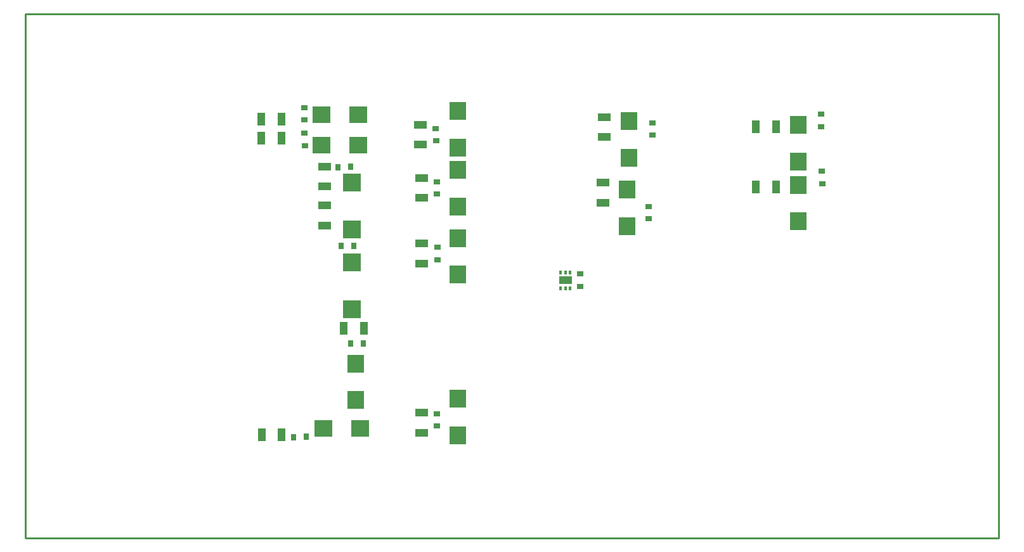
<source format=gtp>
G04*
G04 #@! TF.GenerationSoftware,Altium Limited,Altium Designer,22.4.2 (48)*
G04*
G04 Layer_Color=8421504*
%FSLAX25Y25*%
%MOIN*%
G70*
G04*
G04 #@! TF.SameCoordinates,39428C79-78B4-4776-93AB-87EEE93D088D*
G04*
G04*
G04 #@! TF.FilePolarity,Positive*
G04*
G01*
G75*
%ADD13C,0.01000*%
%ADD14R,0.09646X0.09252*%
%ADD15R,0.06693X0.04331*%
%ADD16R,0.08858X0.09252*%
%ADD17R,0.03543X0.03150*%
%ADD18R,0.09252X0.08858*%
%ADD19R,0.01378X0.02362*%
%ADD20R,0.04331X0.06693*%
%ADD21R,0.03150X0.03543*%
D13*
X-349311Y-225590D02*
X162500D01*
X-349311Y50000D02*
X162500D01*
Y-225590D02*
Y50000D01*
X-349311Y-225590D02*
Y50000D01*
D14*
X-177500Y-80795D02*
D03*
Y-105205D02*
D03*
Y-63205D02*
D03*
Y-38795D02*
D03*
D15*
X-192000Y-30185D02*
D03*
Y-40815D02*
D03*
X-65441Y-90134D02*
D03*
X-192000Y-50685D02*
D03*
Y-61315D02*
D03*
X-45000Y-14815D02*
D03*
Y-4185D02*
D03*
X-141000Y-159685D02*
D03*
Y-170315D02*
D03*
Y-81315D02*
D03*
Y-70685D02*
D03*
Y-46815D02*
D03*
Y-36185D02*
D03*
X-141500Y-8185D02*
D03*
Y-18815D02*
D03*
X-45500Y-38685D02*
D03*
Y-49315D02*
D03*
D16*
X-122000Y-20291D02*
D03*
Y-1000D02*
D03*
Y-171646D02*
D03*
Y-152354D02*
D03*
Y-67854D02*
D03*
Y-87146D02*
D03*
Y-51291D02*
D03*
Y-32000D02*
D03*
X-33000Y-42354D02*
D03*
Y-61646D02*
D03*
X-32000Y-6354D02*
D03*
Y-25646D02*
D03*
X-175500Y-133854D02*
D03*
Y-153146D02*
D03*
X57000Y-39854D02*
D03*
Y-59146D02*
D03*
Y-8354D02*
D03*
Y-27646D02*
D03*
D17*
X-132500Y-79228D02*
D03*
X-132539Y-72693D02*
D03*
X-202539Y807D02*
D03*
X-202500Y-5728D02*
D03*
X-202461Y-19307D02*
D03*
X-202500Y-12772D02*
D03*
X-132961Y-166807D02*
D03*
X-133000Y-160272D02*
D03*
X-133039Y-38193D02*
D03*
X-133000Y-44728D02*
D03*
X-133461Y-16807D02*
D03*
X-133500Y-10272D02*
D03*
X-57539Y-86693D02*
D03*
X-57500Y-93228D02*
D03*
X-21539Y-51193D02*
D03*
X-21500Y-57728D02*
D03*
X-19539Y-7193D02*
D03*
X-19500Y-13728D02*
D03*
X69539Y-39307D02*
D03*
X69500Y-32772D02*
D03*
X69039Y-9307D02*
D03*
X69000Y-2772D02*
D03*
D18*
X-174354Y-3000D02*
D03*
X-193646D02*
D03*
Y-19000D02*
D03*
X-174354D02*
D03*
X-192646Y-168000D02*
D03*
X-173354D02*
D03*
D19*
X-68000Y-94268D02*
D03*
X-65441D02*
D03*
X-62882D02*
D03*
Y-86000D02*
D03*
X-65441D02*
D03*
X-68000D02*
D03*
D20*
X-225315Y-5500D02*
D03*
X-214685D02*
D03*
X-225315Y-15500D02*
D03*
X-214685D02*
D03*
X-225130Y-171500D02*
D03*
X-214500D02*
D03*
X-181815Y-115500D02*
D03*
X-171185D02*
D03*
X34685Y-41000D02*
D03*
X45315D02*
D03*
X34685Y-9500D02*
D03*
X45315D02*
D03*
D21*
X-184807Y-30539D02*
D03*
X-178272Y-30500D02*
D03*
X-183307Y-72039D02*
D03*
X-176772Y-72000D02*
D03*
X-171693Y-123461D02*
D03*
X-178228Y-123500D02*
D03*
X-208307Y-172539D02*
D03*
X-201772Y-172500D02*
D03*
M02*

</source>
